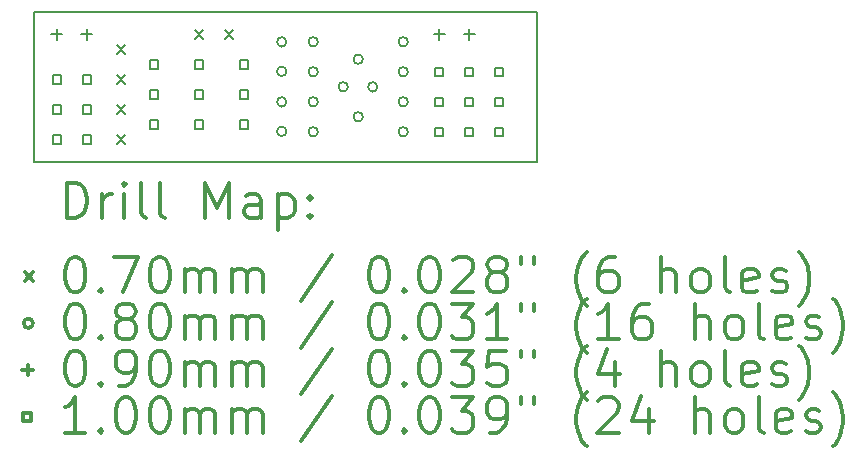
<source format=gbr>
%FSLAX45Y45*%
G04 Gerber Fmt 4.5, Leading zero omitted, Abs format (unit mm)*
G04 Created by KiCad (PCBNEW (5.0.2)-1) date 06/01/2019 14:15:31*
%MOMM*%
%LPD*%
G01*
G04 APERTURE LIST*
%ADD10C,0.200000*%
%ADD11C,0.300000*%
G04 APERTURE END LIST*
D10*
X14287500Y-9715500D02*
X10033000Y-9715500D01*
X10033000Y-8445500D02*
X14287500Y-8445500D01*
X10033000Y-8445500D02*
X10033000Y-9715500D01*
X14287500Y-9715500D02*
X14287500Y-8445500D01*
D10*
X11395000Y-8601000D02*
X11465000Y-8671000D01*
X11465000Y-8601000D02*
X11395000Y-8671000D01*
X11649000Y-8601000D02*
X11719000Y-8671000D01*
X11719000Y-8601000D02*
X11649000Y-8671000D01*
X10734600Y-8728000D02*
X10804600Y-8798000D01*
X10804600Y-8728000D02*
X10734600Y-8798000D01*
X10734600Y-8982000D02*
X10804600Y-9052000D01*
X10804600Y-8982000D02*
X10734600Y-9052000D01*
X10734600Y-9236000D02*
X10804600Y-9306000D01*
X10804600Y-9236000D02*
X10734600Y-9306000D01*
X10734600Y-9490000D02*
X10804600Y-9560000D01*
X10804600Y-9490000D02*
X10734600Y-9560000D01*
X12435200Y-8699500D02*
G75*
G03X12435200Y-8699500I-40000J0D01*
G01*
X12435200Y-8953500D02*
G75*
G03X12435200Y-8953500I-40000J0D01*
G01*
X12435200Y-9207500D02*
G75*
G03X12435200Y-9207500I-40000J0D01*
G01*
X12435200Y-9461500D02*
G75*
G03X12435200Y-9461500I-40000J0D01*
G01*
X13197200Y-8699500D02*
G75*
G03X13197200Y-8699500I-40000J0D01*
G01*
X13197200Y-8953500D02*
G75*
G03X13197200Y-8953500I-40000J0D01*
G01*
X13197200Y-9207500D02*
G75*
G03X13197200Y-9207500I-40000J0D01*
G01*
X13197200Y-9461500D02*
G75*
G03X13197200Y-9461500I-40000J0D01*
G01*
X12168500Y-8699500D02*
G75*
G03X12168500Y-8699500I-40000J0D01*
G01*
X12168500Y-8949500D02*
G75*
G03X12168500Y-8949500I-40000J0D01*
G01*
X12168500Y-9207500D02*
G75*
G03X12168500Y-9207500I-40000J0D01*
G01*
X12168500Y-9457500D02*
G75*
G03X12168500Y-9457500I-40000J0D01*
G01*
X12689200Y-9080500D02*
G75*
G03X12689200Y-9080500I-40000J0D01*
G01*
X12939200Y-9080500D02*
G75*
G03X12939200Y-9080500I-40000J0D01*
G01*
X12816200Y-8846500D02*
G75*
G03X12816200Y-8846500I-40000J0D01*
G01*
X12816200Y-9334500D02*
G75*
G03X12816200Y-9334500I-40000J0D01*
G01*
X13462000Y-8591000D02*
X13462000Y-8681000D01*
X13417000Y-8636000D02*
X13507000Y-8636000D01*
X13716000Y-8591000D02*
X13716000Y-8681000D01*
X13671000Y-8636000D02*
X13761000Y-8636000D01*
X10223500Y-8591000D02*
X10223500Y-8681000D01*
X10178500Y-8636000D02*
X10268500Y-8636000D01*
X10477500Y-8591000D02*
X10477500Y-8681000D01*
X10432500Y-8636000D02*
X10522500Y-8636000D01*
X11465356Y-8925356D02*
X11465356Y-8854644D01*
X11394644Y-8854644D01*
X11394644Y-8925356D01*
X11465356Y-8925356D01*
X11465356Y-9179356D02*
X11465356Y-9108644D01*
X11394644Y-9108644D01*
X11394644Y-9179356D01*
X11465356Y-9179356D01*
X11465356Y-9433356D02*
X11465356Y-9362644D01*
X11394644Y-9362644D01*
X11394644Y-9433356D01*
X11465356Y-9433356D01*
X13497356Y-8988856D02*
X13497356Y-8918144D01*
X13426644Y-8918144D01*
X13426644Y-8988856D01*
X13497356Y-8988856D01*
X13497356Y-9242856D02*
X13497356Y-9172144D01*
X13426644Y-9172144D01*
X13426644Y-9242856D01*
X13497356Y-9242856D01*
X13497356Y-9496856D02*
X13497356Y-9426144D01*
X13426644Y-9426144D01*
X13426644Y-9496856D01*
X13497356Y-9496856D01*
X13751356Y-8988856D02*
X13751356Y-8918144D01*
X13680644Y-8918144D01*
X13680644Y-8988856D01*
X13751356Y-8988856D01*
X13751356Y-9242856D02*
X13751356Y-9172144D01*
X13680644Y-9172144D01*
X13680644Y-9242856D01*
X13751356Y-9242856D01*
X13751356Y-9496856D02*
X13751356Y-9426144D01*
X13680644Y-9426144D01*
X13680644Y-9496856D01*
X13751356Y-9496856D01*
X14005356Y-8988856D02*
X14005356Y-8918144D01*
X13934644Y-8918144D01*
X13934644Y-8988856D01*
X14005356Y-8988856D01*
X14005356Y-9242856D02*
X14005356Y-9172144D01*
X13934644Y-9172144D01*
X13934644Y-9242856D01*
X14005356Y-9242856D01*
X14005356Y-9496856D02*
X14005356Y-9426144D01*
X13934644Y-9426144D01*
X13934644Y-9496856D01*
X14005356Y-9496856D01*
X11846356Y-8925356D02*
X11846356Y-8854644D01*
X11775644Y-8854644D01*
X11775644Y-8925356D01*
X11846356Y-8925356D01*
X11846356Y-9179356D02*
X11846356Y-9108644D01*
X11775644Y-9108644D01*
X11775644Y-9179356D01*
X11846356Y-9179356D01*
X11846356Y-9433356D02*
X11846356Y-9362644D01*
X11775644Y-9362644D01*
X11775644Y-9433356D01*
X11846356Y-9433356D01*
X10258856Y-9052356D02*
X10258856Y-8981644D01*
X10188144Y-8981644D01*
X10188144Y-9052356D01*
X10258856Y-9052356D01*
X10258856Y-9306356D02*
X10258856Y-9235644D01*
X10188144Y-9235644D01*
X10188144Y-9306356D01*
X10258856Y-9306356D01*
X10258856Y-9560356D02*
X10258856Y-9489644D01*
X10188144Y-9489644D01*
X10188144Y-9560356D01*
X10258856Y-9560356D01*
X10512856Y-9052356D02*
X10512856Y-8981644D01*
X10442144Y-8981644D01*
X10442144Y-9052356D01*
X10512856Y-9052356D01*
X10512856Y-9306356D02*
X10512856Y-9235644D01*
X10442144Y-9235644D01*
X10442144Y-9306356D01*
X10512856Y-9306356D01*
X10512856Y-9560356D02*
X10512856Y-9489644D01*
X10442144Y-9489644D01*
X10442144Y-9560356D01*
X10512856Y-9560356D01*
X11084356Y-8925356D02*
X11084356Y-8854644D01*
X11013644Y-8854644D01*
X11013644Y-8925356D01*
X11084356Y-8925356D01*
X11084356Y-9179356D02*
X11084356Y-9108644D01*
X11013644Y-9108644D01*
X11013644Y-9179356D01*
X11084356Y-9179356D01*
X11084356Y-9433356D02*
X11084356Y-9362644D01*
X11013644Y-9362644D01*
X11013644Y-9433356D01*
X11084356Y-9433356D01*
D11*
X10309428Y-10191214D02*
X10309428Y-9891214D01*
X10380857Y-9891214D01*
X10423714Y-9905500D01*
X10452286Y-9934072D01*
X10466571Y-9962643D01*
X10480857Y-10019786D01*
X10480857Y-10062643D01*
X10466571Y-10119786D01*
X10452286Y-10148357D01*
X10423714Y-10176929D01*
X10380857Y-10191214D01*
X10309428Y-10191214D01*
X10609428Y-10191214D02*
X10609428Y-9991214D01*
X10609428Y-10048357D02*
X10623714Y-10019786D01*
X10638000Y-10005500D01*
X10666571Y-9991214D01*
X10695143Y-9991214D01*
X10795143Y-10191214D02*
X10795143Y-9991214D01*
X10795143Y-9891214D02*
X10780857Y-9905500D01*
X10795143Y-9919786D01*
X10809428Y-9905500D01*
X10795143Y-9891214D01*
X10795143Y-9919786D01*
X10980857Y-10191214D02*
X10952286Y-10176929D01*
X10938000Y-10148357D01*
X10938000Y-9891214D01*
X11138000Y-10191214D02*
X11109428Y-10176929D01*
X11095143Y-10148357D01*
X11095143Y-9891214D01*
X11480857Y-10191214D02*
X11480857Y-9891214D01*
X11580857Y-10105500D01*
X11680857Y-9891214D01*
X11680857Y-10191214D01*
X11952286Y-10191214D02*
X11952286Y-10034072D01*
X11938000Y-10005500D01*
X11909428Y-9991214D01*
X11852286Y-9991214D01*
X11823714Y-10005500D01*
X11952286Y-10176929D02*
X11923714Y-10191214D01*
X11852286Y-10191214D01*
X11823714Y-10176929D01*
X11809428Y-10148357D01*
X11809428Y-10119786D01*
X11823714Y-10091214D01*
X11852286Y-10076929D01*
X11923714Y-10076929D01*
X11952286Y-10062643D01*
X12095143Y-9991214D02*
X12095143Y-10291214D01*
X12095143Y-10005500D02*
X12123714Y-9991214D01*
X12180857Y-9991214D01*
X12209428Y-10005500D01*
X12223714Y-10019786D01*
X12238000Y-10048357D01*
X12238000Y-10134072D01*
X12223714Y-10162643D01*
X12209428Y-10176929D01*
X12180857Y-10191214D01*
X12123714Y-10191214D01*
X12095143Y-10176929D01*
X12366571Y-10162643D02*
X12380857Y-10176929D01*
X12366571Y-10191214D01*
X12352286Y-10176929D01*
X12366571Y-10162643D01*
X12366571Y-10191214D01*
X12366571Y-10005500D02*
X12380857Y-10019786D01*
X12366571Y-10034072D01*
X12352286Y-10019786D01*
X12366571Y-10005500D01*
X12366571Y-10034072D01*
X9953000Y-10650500D02*
X10023000Y-10720500D01*
X10023000Y-10650500D02*
X9953000Y-10720500D01*
X10366571Y-10521214D02*
X10395143Y-10521214D01*
X10423714Y-10535500D01*
X10438000Y-10549786D01*
X10452286Y-10578357D01*
X10466571Y-10635500D01*
X10466571Y-10706929D01*
X10452286Y-10764072D01*
X10438000Y-10792643D01*
X10423714Y-10806929D01*
X10395143Y-10821214D01*
X10366571Y-10821214D01*
X10338000Y-10806929D01*
X10323714Y-10792643D01*
X10309428Y-10764072D01*
X10295143Y-10706929D01*
X10295143Y-10635500D01*
X10309428Y-10578357D01*
X10323714Y-10549786D01*
X10338000Y-10535500D01*
X10366571Y-10521214D01*
X10595143Y-10792643D02*
X10609428Y-10806929D01*
X10595143Y-10821214D01*
X10580857Y-10806929D01*
X10595143Y-10792643D01*
X10595143Y-10821214D01*
X10709428Y-10521214D02*
X10909428Y-10521214D01*
X10780857Y-10821214D01*
X11080857Y-10521214D02*
X11109428Y-10521214D01*
X11138000Y-10535500D01*
X11152286Y-10549786D01*
X11166571Y-10578357D01*
X11180857Y-10635500D01*
X11180857Y-10706929D01*
X11166571Y-10764072D01*
X11152286Y-10792643D01*
X11138000Y-10806929D01*
X11109428Y-10821214D01*
X11080857Y-10821214D01*
X11052286Y-10806929D01*
X11038000Y-10792643D01*
X11023714Y-10764072D01*
X11009428Y-10706929D01*
X11009428Y-10635500D01*
X11023714Y-10578357D01*
X11038000Y-10549786D01*
X11052286Y-10535500D01*
X11080857Y-10521214D01*
X11309428Y-10821214D02*
X11309428Y-10621214D01*
X11309428Y-10649786D02*
X11323714Y-10635500D01*
X11352286Y-10621214D01*
X11395143Y-10621214D01*
X11423714Y-10635500D01*
X11438000Y-10664072D01*
X11438000Y-10821214D01*
X11438000Y-10664072D02*
X11452286Y-10635500D01*
X11480857Y-10621214D01*
X11523714Y-10621214D01*
X11552286Y-10635500D01*
X11566571Y-10664072D01*
X11566571Y-10821214D01*
X11709428Y-10821214D02*
X11709428Y-10621214D01*
X11709428Y-10649786D02*
X11723714Y-10635500D01*
X11752286Y-10621214D01*
X11795143Y-10621214D01*
X11823714Y-10635500D01*
X11838000Y-10664072D01*
X11838000Y-10821214D01*
X11838000Y-10664072D02*
X11852286Y-10635500D01*
X11880857Y-10621214D01*
X11923714Y-10621214D01*
X11952286Y-10635500D01*
X11966571Y-10664072D01*
X11966571Y-10821214D01*
X12552286Y-10506929D02*
X12295143Y-10892643D01*
X12938000Y-10521214D02*
X12966571Y-10521214D01*
X12995143Y-10535500D01*
X13009428Y-10549786D01*
X13023714Y-10578357D01*
X13038000Y-10635500D01*
X13038000Y-10706929D01*
X13023714Y-10764072D01*
X13009428Y-10792643D01*
X12995143Y-10806929D01*
X12966571Y-10821214D01*
X12938000Y-10821214D01*
X12909428Y-10806929D01*
X12895143Y-10792643D01*
X12880857Y-10764072D01*
X12866571Y-10706929D01*
X12866571Y-10635500D01*
X12880857Y-10578357D01*
X12895143Y-10549786D01*
X12909428Y-10535500D01*
X12938000Y-10521214D01*
X13166571Y-10792643D02*
X13180857Y-10806929D01*
X13166571Y-10821214D01*
X13152286Y-10806929D01*
X13166571Y-10792643D01*
X13166571Y-10821214D01*
X13366571Y-10521214D02*
X13395143Y-10521214D01*
X13423714Y-10535500D01*
X13438000Y-10549786D01*
X13452286Y-10578357D01*
X13466571Y-10635500D01*
X13466571Y-10706929D01*
X13452286Y-10764072D01*
X13438000Y-10792643D01*
X13423714Y-10806929D01*
X13395143Y-10821214D01*
X13366571Y-10821214D01*
X13338000Y-10806929D01*
X13323714Y-10792643D01*
X13309428Y-10764072D01*
X13295143Y-10706929D01*
X13295143Y-10635500D01*
X13309428Y-10578357D01*
X13323714Y-10549786D01*
X13338000Y-10535500D01*
X13366571Y-10521214D01*
X13580857Y-10549786D02*
X13595143Y-10535500D01*
X13623714Y-10521214D01*
X13695143Y-10521214D01*
X13723714Y-10535500D01*
X13738000Y-10549786D01*
X13752286Y-10578357D01*
X13752286Y-10606929D01*
X13738000Y-10649786D01*
X13566571Y-10821214D01*
X13752286Y-10821214D01*
X13923714Y-10649786D02*
X13895143Y-10635500D01*
X13880857Y-10621214D01*
X13866571Y-10592643D01*
X13866571Y-10578357D01*
X13880857Y-10549786D01*
X13895143Y-10535500D01*
X13923714Y-10521214D01*
X13980857Y-10521214D01*
X14009428Y-10535500D01*
X14023714Y-10549786D01*
X14038000Y-10578357D01*
X14038000Y-10592643D01*
X14023714Y-10621214D01*
X14009428Y-10635500D01*
X13980857Y-10649786D01*
X13923714Y-10649786D01*
X13895143Y-10664072D01*
X13880857Y-10678357D01*
X13866571Y-10706929D01*
X13866571Y-10764072D01*
X13880857Y-10792643D01*
X13895143Y-10806929D01*
X13923714Y-10821214D01*
X13980857Y-10821214D01*
X14009428Y-10806929D01*
X14023714Y-10792643D01*
X14038000Y-10764072D01*
X14038000Y-10706929D01*
X14023714Y-10678357D01*
X14009428Y-10664072D01*
X13980857Y-10649786D01*
X14152286Y-10521214D02*
X14152286Y-10578357D01*
X14266571Y-10521214D02*
X14266571Y-10578357D01*
X14709428Y-10935500D02*
X14695143Y-10921214D01*
X14666571Y-10878357D01*
X14652286Y-10849786D01*
X14638000Y-10806929D01*
X14623714Y-10735500D01*
X14623714Y-10678357D01*
X14638000Y-10606929D01*
X14652286Y-10564072D01*
X14666571Y-10535500D01*
X14695143Y-10492643D01*
X14709428Y-10478357D01*
X14952286Y-10521214D02*
X14895143Y-10521214D01*
X14866571Y-10535500D01*
X14852286Y-10549786D01*
X14823714Y-10592643D01*
X14809428Y-10649786D01*
X14809428Y-10764072D01*
X14823714Y-10792643D01*
X14838000Y-10806929D01*
X14866571Y-10821214D01*
X14923714Y-10821214D01*
X14952286Y-10806929D01*
X14966571Y-10792643D01*
X14980857Y-10764072D01*
X14980857Y-10692643D01*
X14966571Y-10664072D01*
X14952286Y-10649786D01*
X14923714Y-10635500D01*
X14866571Y-10635500D01*
X14838000Y-10649786D01*
X14823714Y-10664072D01*
X14809428Y-10692643D01*
X15338000Y-10821214D02*
X15338000Y-10521214D01*
X15466571Y-10821214D02*
X15466571Y-10664072D01*
X15452286Y-10635500D01*
X15423714Y-10621214D01*
X15380857Y-10621214D01*
X15352286Y-10635500D01*
X15338000Y-10649786D01*
X15652286Y-10821214D02*
X15623714Y-10806929D01*
X15609428Y-10792643D01*
X15595143Y-10764072D01*
X15595143Y-10678357D01*
X15609428Y-10649786D01*
X15623714Y-10635500D01*
X15652286Y-10621214D01*
X15695143Y-10621214D01*
X15723714Y-10635500D01*
X15738000Y-10649786D01*
X15752286Y-10678357D01*
X15752286Y-10764072D01*
X15738000Y-10792643D01*
X15723714Y-10806929D01*
X15695143Y-10821214D01*
X15652286Y-10821214D01*
X15923714Y-10821214D02*
X15895143Y-10806929D01*
X15880857Y-10778357D01*
X15880857Y-10521214D01*
X16152286Y-10806929D02*
X16123714Y-10821214D01*
X16066571Y-10821214D01*
X16038000Y-10806929D01*
X16023714Y-10778357D01*
X16023714Y-10664072D01*
X16038000Y-10635500D01*
X16066571Y-10621214D01*
X16123714Y-10621214D01*
X16152286Y-10635500D01*
X16166571Y-10664072D01*
X16166571Y-10692643D01*
X16023714Y-10721214D01*
X16280857Y-10806929D02*
X16309428Y-10821214D01*
X16366571Y-10821214D01*
X16395143Y-10806929D01*
X16409428Y-10778357D01*
X16409428Y-10764072D01*
X16395143Y-10735500D01*
X16366571Y-10721214D01*
X16323714Y-10721214D01*
X16295143Y-10706929D01*
X16280857Y-10678357D01*
X16280857Y-10664072D01*
X16295143Y-10635500D01*
X16323714Y-10621214D01*
X16366571Y-10621214D01*
X16395143Y-10635500D01*
X16509428Y-10935500D02*
X16523714Y-10921214D01*
X16552286Y-10878357D01*
X16566571Y-10849786D01*
X16580857Y-10806929D01*
X16595143Y-10735500D01*
X16595143Y-10678357D01*
X16580857Y-10606929D01*
X16566571Y-10564072D01*
X16552286Y-10535500D01*
X16523714Y-10492643D01*
X16509428Y-10478357D01*
X10023000Y-11081500D02*
G75*
G03X10023000Y-11081500I-40000J0D01*
G01*
X10366571Y-10917214D02*
X10395143Y-10917214D01*
X10423714Y-10931500D01*
X10438000Y-10945786D01*
X10452286Y-10974357D01*
X10466571Y-11031500D01*
X10466571Y-11102929D01*
X10452286Y-11160072D01*
X10438000Y-11188643D01*
X10423714Y-11202929D01*
X10395143Y-11217214D01*
X10366571Y-11217214D01*
X10338000Y-11202929D01*
X10323714Y-11188643D01*
X10309428Y-11160072D01*
X10295143Y-11102929D01*
X10295143Y-11031500D01*
X10309428Y-10974357D01*
X10323714Y-10945786D01*
X10338000Y-10931500D01*
X10366571Y-10917214D01*
X10595143Y-11188643D02*
X10609428Y-11202929D01*
X10595143Y-11217214D01*
X10580857Y-11202929D01*
X10595143Y-11188643D01*
X10595143Y-11217214D01*
X10780857Y-11045786D02*
X10752286Y-11031500D01*
X10738000Y-11017214D01*
X10723714Y-10988643D01*
X10723714Y-10974357D01*
X10738000Y-10945786D01*
X10752286Y-10931500D01*
X10780857Y-10917214D01*
X10838000Y-10917214D01*
X10866571Y-10931500D01*
X10880857Y-10945786D01*
X10895143Y-10974357D01*
X10895143Y-10988643D01*
X10880857Y-11017214D01*
X10866571Y-11031500D01*
X10838000Y-11045786D01*
X10780857Y-11045786D01*
X10752286Y-11060072D01*
X10738000Y-11074357D01*
X10723714Y-11102929D01*
X10723714Y-11160072D01*
X10738000Y-11188643D01*
X10752286Y-11202929D01*
X10780857Y-11217214D01*
X10838000Y-11217214D01*
X10866571Y-11202929D01*
X10880857Y-11188643D01*
X10895143Y-11160072D01*
X10895143Y-11102929D01*
X10880857Y-11074357D01*
X10866571Y-11060072D01*
X10838000Y-11045786D01*
X11080857Y-10917214D02*
X11109428Y-10917214D01*
X11138000Y-10931500D01*
X11152286Y-10945786D01*
X11166571Y-10974357D01*
X11180857Y-11031500D01*
X11180857Y-11102929D01*
X11166571Y-11160072D01*
X11152286Y-11188643D01*
X11138000Y-11202929D01*
X11109428Y-11217214D01*
X11080857Y-11217214D01*
X11052286Y-11202929D01*
X11038000Y-11188643D01*
X11023714Y-11160072D01*
X11009428Y-11102929D01*
X11009428Y-11031500D01*
X11023714Y-10974357D01*
X11038000Y-10945786D01*
X11052286Y-10931500D01*
X11080857Y-10917214D01*
X11309428Y-11217214D02*
X11309428Y-11017214D01*
X11309428Y-11045786D02*
X11323714Y-11031500D01*
X11352286Y-11017214D01*
X11395143Y-11017214D01*
X11423714Y-11031500D01*
X11438000Y-11060072D01*
X11438000Y-11217214D01*
X11438000Y-11060072D02*
X11452286Y-11031500D01*
X11480857Y-11017214D01*
X11523714Y-11017214D01*
X11552286Y-11031500D01*
X11566571Y-11060072D01*
X11566571Y-11217214D01*
X11709428Y-11217214D02*
X11709428Y-11017214D01*
X11709428Y-11045786D02*
X11723714Y-11031500D01*
X11752286Y-11017214D01*
X11795143Y-11017214D01*
X11823714Y-11031500D01*
X11838000Y-11060072D01*
X11838000Y-11217214D01*
X11838000Y-11060072D02*
X11852286Y-11031500D01*
X11880857Y-11017214D01*
X11923714Y-11017214D01*
X11952286Y-11031500D01*
X11966571Y-11060072D01*
X11966571Y-11217214D01*
X12552286Y-10902929D02*
X12295143Y-11288643D01*
X12938000Y-10917214D02*
X12966571Y-10917214D01*
X12995143Y-10931500D01*
X13009428Y-10945786D01*
X13023714Y-10974357D01*
X13038000Y-11031500D01*
X13038000Y-11102929D01*
X13023714Y-11160072D01*
X13009428Y-11188643D01*
X12995143Y-11202929D01*
X12966571Y-11217214D01*
X12938000Y-11217214D01*
X12909428Y-11202929D01*
X12895143Y-11188643D01*
X12880857Y-11160072D01*
X12866571Y-11102929D01*
X12866571Y-11031500D01*
X12880857Y-10974357D01*
X12895143Y-10945786D01*
X12909428Y-10931500D01*
X12938000Y-10917214D01*
X13166571Y-11188643D02*
X13180857Y-11202929D01*
X13166571Y-11217214D01*
X13152286Y-11202929D01*
X13166571Y-11188643D01*
X13166571Y-11217214D01*
X13366571Y-10917214D02*
X13395143Y-10917214D01*
X13423714Y-10931500D01*
X13438000Y-10945786D01*
X13452286Y-10974357D01*
X13466571Y-11031500D01*
X13466571Y-11102929D01*
X13452286Y-11160072D01*
X13438000Y-11188643D01*
X13423714Y-11202929D01*
X13395143Y-11217214D01*
X13366571Y-11217214D01*
X13338000Y-11202929D01*
X13323714Y-11188643D01*
X13309428Y-11160072D01*
X13295143Y-11102929D01*
X13295143Y-11031500D01*
X13309428Y-10974357D01*
X13323714Y-10945786D01*
X13338000Y-10931500D01*
X13366571Y-10917214D01*
X13566571Y-10917214D02*
X13752286Y-10917214D01*
X13652286Y-11031500D01*
X13695143Y-11031500D01*
X13723714Y-11045786D01*
X13738000Y-11060072D01*
X13752286Y-11088643D01*
X13752286Y-11160072D01*
X13738000Y-11188643D01*
X13723714Y-11202929D01*
X13695143Y-11217214D01*
X13609428Y-11217214D01*
X13580857Y-11202929D01*
X13566571Y-11188643D01*
X14038000Y-11217214D02*
X13866571Y-11217214D01*
X13952286Y-11217214D02*
X13952286Y-10917214D01*
X13923714Y-10960072D01*
X13895143Y-10988643D01*
X13866571Y-11002929D01*
X14152286Y-10917214D02*
X14152286Y-10974357D01*
X14266571Y-10917214D02*
X14266571Y-10974357D01*
X14709428Y-11331500D02*
X14695143Y-11317214D01*
X14666571Y-11274357D01*
X14652286Y-11245786D01*
X14638000Y-11202929D01*
X14623714Y-11131500D01*
X14623714Y-11074357D01*
X14638000Y-11002929D01*
X14652286Y-10960072D01*
X14666571Y-10931500D01*
X14695143Y-10888643D01*
X14709428Y-10874357D01*
X14980857Y-11217214D02*
X14809428Y-11217214D01*
X14895143Y-11217214D02*
X14895143Y-10917214D01*
X14866571Y-10960072D01*
X14838000Y-10988643D01*
X14809428Y-11002929D01*
X15238000Y-10917214D02*
X15180857Y-10917214D01*
X15152286Y-10931500D01*
X15138000Y-10945786D01*
X15109428Y-10988643D01*
X15095143Y-11045786D01*
X15095143Y-11160072D01*
X15109428Y-11188643D01*
X15123714Y-11202929D01*
X15152286Y-11217214D01*
X15209428Y-11217214D01*
X15238000Y-11202929D01*
X15252286Y-11188643D01*
X15266571Y-11160072D01*
X15266571Y-11088643D01*
X15252286Y-11060072D01*
X15238000Y-11045786D01*
X15209428Y-11031500D01*
X15152286Y-11031500D01*
X15123714Y-11045786D01*
X15109428Y-11060072D01*
X15095143Y-11088643D01*
X15623714Y-11217214D02*
X15623714Y-10917214D01*
X15752286Y-11217214D02*
X15752286Y-11060072D01*
X15738000Y-11031500D01*
X15709428Y-11017214D01*
X15666571Y-11017214D01*
X15638000Y-11031500D01*
X15623714Y-11045786D01*
X15938000Y-11217214D02*
X15909428Y-11202929D01*
X15895143Y-11188643D01*
X15880857Y-11160072D01*
X15880857Y-11074357D01*
X15895143Y-11045786D01*
X15909428Y-11031500D01*
X15938000Y-11017214D01*
X15980857Y-11017214D01*
X16009428Y-11031500D01*
X16023714Y-11045786D01*
X16038000Y-11074357D01*
X16038000Y-11160072D01*
X16023714Y-11188643D01*
X16009428Y-11202929D01*
X15980857Y-11217214D01*
X15938000Y-11217214D01*
X16209428Y-11217214D02*
X16180857Y-11202929D01*
X16166571Y-11174357D01*
X16166571Y-10917214D01*
X16438000Y-11202929D02*
X16409428Y-11217214D01*
X16352286Y-11217214D01*
X16323714Y-11202929D01*
X16309428Y-11174357D01*
X16309428Y-11060072D01*
X16323714Y-11031500D01*
X16352286Y-11017214D01*
X16409428Y-11017214D01*
X16438000Y-11031500D01*
X16452286Y-11060072D01*
X16452286Y-11088643D01*
X16309428Y-11117214D01*
X16566571Y-11202929D02*
X16595143Y-11217214D01*
X16652286Y-11217214D01*
X16680857Y-11202929D01*
X16695143Y-11174357D01*
X16695143Y-11160072D01*
X16680857Y-11131500D01*
X16652286Y-11117214D01*
X16609428Y-11117214D01*
X16580857Y-11102929D01*
X16566571Y-11074357D01*
X16566571Y-11060072D01*
X16580857Y-11031500D01*
X16609428Y-11017214D01*
X16652286Y-11017214D01*
X16680857Y-11031500D01*
X16795143Y-11331500D02*
X16809428Y-11317214D01*
X16838000Y-11274357D01*
X16852286Y-11245786D01*
X16866571Y-11202929D01*
X16880857Y-11131500D01*
X16880857Y-11074357D01*
X16866571Y-11002929D01*
X16852286Y-10960072D01*
X16838000Y-10931500D01*
X16809428Y-10888643D01*
X16795143Y-10874357D01*
X9978000Y-11432500D02*
X9978000Y-11522500D01*
X9933000Y-11477500D02*
X10023000Y-11477500D01*
X10366571Y-11313214D02*
X10395143Y-11313214D01*
X10423714Y-11327500D01*
X10438000Y-11341786D01*
X10452286Y-11370357D01*
X10466571Y-11427500D01*
X10466571Y-11498929D01*
X10452286Y-11556071D01*
X10438000Y-11584643D01*
X10423714Y-11598929D01*
X10395143Y-11613214D01*
X10366571Y-11613214D01*
X10338000Y-11598929D01*
X10323714Y-11584643D01*
X10309428Y-11556071D01*
X10295143Y-11498929D01*
X10295143Y-11427500D01*
X10309428Y-11370357D01*
X10323714Y-11341786D01*
X10338000Y-11327500D01*
X10366571Y-11313214D01*
X10595143Y-11584643D02*
X10609428Y-11598929D01*
X10595143Y-11613214D01*
X10580857Y-11598929D01*
X10595143Y-11584643D01*
X10595143Y-11613214D01*
X10752286Y-11613214D02*
X10809428Y-11613214D01*
X10838000Y-11598929D01*
X10852286Y-11584643D01*
X10880857Y-11541786D01*
X10895143Y-11484643D01*
X10895143Y-11370357D01*
X10880857Y-11341786D01*
X10866571Y-11327500D01*
X10838000Y-11313214D01*
X10780857Y-11313214D01*
X10752286Y-11327500D01*
X10738000Y-11341786D01*
X10723714Y-11370357D01*
X10723714Y-11441786D01*
X10738000Y-11470357D01*
X10752286Y-11484643D01*
X10780857Y-11498929D01*
X10838000Y-11498929D01*
X10866571Y-11484643D01*
X10880857Y-11470357D01*
X10895143Y-11441786D01*
X11080857Y-11313214D02*
X11109428Y-11313214D01*
X11138000Y-11327500D01*
X11152286Y-11341786D01*
X11166571Y-11370357D01*
X11180857Y-11427500D01*
X11180857Y-11498929D01*
X11166571Y-11556071D01*
X11152286Y-11584643D01*
X11138000Y-11598929D01*
X11109428Y-11613214D01*
X11080857Y-11613214D01*
X11052286Y-11598929D01*
X11038000Y-11584643D01*
X11023714Y-11556071D01*
X11009428Y-11498929D01*
X11009428Y-11427500D01*
X11023714Y-11370357D01*
X11038000Y-11341786D01*
X11052286Y-11327500D01*
X11080857Y-11313214D01*
X11309428Y-11613214D02*
X11309428Y-11413214D01*
X11309428Y-11441786D02*
X11323714Y-11427500D01*
X11352286Y-11413214D01*
X11395143Y-11413214D01*
X11423714Y-11427500D01*
X11438000Y-11456071D01*
X11438000Y-11613214D01*
X11438000Y-11456071D02*
X11452286Y-11427500D01*
X11480857Y-11413214D01*
X11523714Y-11413214D01*
X11552286Y-11427500D01*
X11566571Y-11456071D01*
X11566571Y-11613214D01*
X11709428Y-11613214D02*
X11709428Y-11413214D01*
X11709428Y-11441786D02*
X11723714Y-11427500D01*
X11752286Y-11413214D01*
X11795143Y-11413214D01*
X11823714Y-11427500D01*
X11838000Y-11456071D01*
X11838000Y-11613214D01*
X11838000Y-11456071D02*
X11852286Y-11427500D01*
X11880857Y-11413214D01*
X11923714Y-11413214D01*
X11952286Y-11427500D01*
X11966571Y-11456071D01*
X11966571Y-11613214D01*
X12552286Y-11298929D02*
X12295143Y-11684643D01*
X12938000Y-11313214D02*
X12966571Y-11313214D01*
X12995143Y-11327500D01*
X13009428Y-11341786D01*
X13023714Y-11370357D01*
X13038000Y-11427500D01*
X13038000Y-11498929D01*
X13023714Y-11556071D01*
X13009428Y-11584643D01*
X12995143Y-11598929D01*
X12966571Y-11613214D01*
X12938000Y-11613214D01*
X12909428Y-11598929D01*
X12895143Y-11584643D01*
X12880857Y-11556071D01*
X12866571Y-11498929D01*
X12866571Y-11427500D01*
X12880857Y-11370357D01*
X12895143Y-11341786D01*
X12909428Y-11327500D01*
X12938000Y-11313214D01*
X13166571Y-11584643D02*
X13180857Y-11598929D01*
X13166571Y-11613214D01*
X13152286Y-11598929D01*
X13166571Y-11584643D01*
X13166571Y-11613214D01*
X13366571Y-11313214D02*
X13395143Y-11313214D01*
X13423714Y-11327500D01*
X13438000Y-11341786D01*
X13452286Y-11370357D01*
X13466571Y-11427500D01*
X13466571Y-11498929D01*
X13452286Y-11556071D01*
X13438000Y-11584643D01*
X13423714Y-11598929D01*
X13395143Y-11613214D01*
X13366571Y-11613214D01*
X13338000Y-11598929D01*
X13323714Y-11584643D01*
X13309428Y-11556071D01*
X13295143Y-11498929D01*
X13295143Y-11427500D01*
X13309428Y-11370357D01*
X13323714Y-11341786D01*
X13338000Y-11327500D01*
X13366571Y-11313214D01*
X13566571Y-11313214D02*
X13752286Y-11313214D01*
X13652286Y-11427500D01*
X13695143Y-11427500D01*
X13723714Y-11441786D01*
X13738000Y-11456071D01*
X13752286Y-11484643D01*
X13752286Y-11556071D01*
X13738000Y-11584643D01*
X13723714Y-11598929D01*
X13695143Y-11613214D01*
X13609428Y-11613214D01*
X13580857Y-11598929D01*
X13566571Y-11584643D01*
X14023714Y-11313214D02*
X13880857Y-11313214D01*
X13866571Y-11456071D01*
X13880857Y-11441786D01*
X13909428Y-11427500D01*
X13980857Y-11427500D01*
X14009428Y-11441786D01*
X14023714Y-11456071D01*
X14038000Y-11484643D01*
X14038000Y-11556071D01*
X14023714Y-11584643D01*
X14009428Y-11598929D01*
X13980857Y-11613214D01*
X13909428Y-11613214D01*
X13880857Y-11598929D01*
X13866571Y-11584643D01*
X14152286Y-11313214D02*
X14152286Y-11370357D01*
X14266571Y-11313214D02*
X14266571Y-11370357D01*
X14709428Y-11727500D02*
X14695143Y-11713214D01*
X14666571Y-11670357D01*
X14652286Y-11641786D01*
X14638000Y-11598929D01*
X14623714Y-11527500D01*
X14623714Y-11470357D01*
X14638000Y-11398929D01*
X14652286Y-11356071D01*
X14666571Y-11327500D01*
X14695143Y-11284643D01*
X14709428Y-11270357D01*
X14952286Y-11413214D02*
X14952286Y-11613214D01*
X14880857Y-11298929D02*
X14809428Y-11513214D01*
X14995143Y-11513214D01*
X15338000Y-11613214D02*
X15338000Y-11313214D01*
X15466571Y-11613214D02*
X15466571Y-11456071D01*
X15452286Y-11427500D01*
X15423714Y-11413214D01*
X15380857Y-11413214D01*
X15352286Y-11427500D01*
X15338000Y-11441786D01*
X15652286Y-11613214D02*
X15623714Y-11598929D01*
X15609428Y-11584643D01*
X15595143Y-11556071D01*
X15595143Y-11470357D01*
X15609428Y-11441786D01*
X15623714Y-11427500D01*
X15652286Y-11413214D01*
X15695143Y-11413214D01*
X15723714Y-11427500D01*
X15738000Y-11441786D01*
X15752286Y-11470357D01*
X15752286Y-11556071D01*
X15738000Y-11584643D01*
X15723714Y-11598929D01*
X15695143Y-11613214D01*
X15652286Y-11613214D01*
X15923714Y-11613214D02*
X15895143Y-11598929D01*
X15880857Y-11570357D01*
X15880857Y-11313214D01*
X16152286Y-11598929D02*
X16123714Y-11613214D01*
X16066571Y-11613214D01*
X16038000Y-11598929D01*
X16023714Y-11570357D01*
X16023714Y-11456071D01*
X16038000Y-11427500D01*
X16066571Y-11413214D01*
X16123714Y-11413214D01*
X16152286Y-11427500D01*
X16166571Y-11456071D01*
X16166571Y-11484643D01*
X16023714Y-11513214D01*
X16280857Y-11598929D02*
X16309428Y-11613214D01*
X16366571Y-11613214D01*
X16395143Y-11598929D01*
X16409428Y-11570357D01*
X16409428Y-11556071D01*
X16395143Y-11527500D01*
X16366571Y-11513214D01*
X16323714Y-11513214D01*
X16295143Y-11498929D01*
X16280857Y-11470357D01*
X16280857Y-11456071D01*
X16295143Y-11427500D01*
X16323714Y-11413214D01*
X16366571Y-11413214D01*
X16395143Y-11427500D01*
X16509428Y-11727500D02*
X16523714Y-11713214D01*
X16552286Y-11670357D01*
X16566571Y-11641786D01*
X16580857Y-11598929D01*
X16595143Y-11527500D01*
X16595143Y-11470357D01*
X16580857Y-11398929D01*
X16566571Y-11356071D01*
X16552286Y-11327500D01*
X16523714Y-11284643D01*
X16509428Y-11270357D01*
X10008356Y-11908856D02*
X10008356Y-11838144D01*
X9937644Y-11838144D01*
X9937644Y-11908856D01*
X10008356Y-11908856D01*
X10466571Y-12009214D02*
X10295143Y-12009214D01*
X10380857Y-12009214D02*
X10380857Y-11709214D01*
X10352286Y-11752071D01*
X10323714Y-11780643D01*
X10295143Y-11794929D01*
X10595143Y-11980643D02*
X10609428Y-11994929D01*
X10595143Y-12009214D01*
X10580857Y-11994929D01*
X10595143Y-11980643D01*
X10595143Y-12009214D01*
X10795143Y-11709214D02*
X10823714Y-11709214D01*
X10852286Y-11723500D01*
X10866571Y-11737786D01*
X10880857Y-11766357D01*
X10895143Y-11823500D01*
X10895143Y-11894929D01*
X10880857Y-11952071D01*
X10866571Y-11980643D01*
X10852286Y-11994929D01*
X10823714Y-12009214D01*
X10795143Y-12009214D01*
X10766571Y-11994929D01*
X10752286Y-11980643D01*
X10738000Y-11952071D01*
X10723714Y-11894929D01*
X10723714Y-11823500D01*
X10738000Y-11766357D01*
X10752286Y-11737786D01*
X10766571Y-11723500D01*
X10795143Y-11709214D01*
X11080857Y-11709214D02*
X11109428Y-11709214D01*
X11138000Y-11723500D01*
X11152286Y-11737786D01*
X11166571Y-11766357D01*
X11180857Y-11823500D01*
X11180857Y-11894929D01*
X11166571Y-11952071D01*
X11152286Y-11980643D01*
X11138000Y-11994929D01*
X11109428Y-12009214D01*
X11080857Y-12009214D01*
X11052286Y-11994929D01*
X11038000Y-11980643D01*
X11023714Y-11952071D01*
X11009428Y-11894929D01*
X11009428Y-11823500D01*
X11023714Y-11766357D01*
X11038000Y-11737786D01*
X11052286Y-11723500D01*
X11080857Y-11709214D01*
X11309428Y-12009214D02*
X11309428Y-11809214D01*
X11309428Y-11837786D02*
X11323714Y-11823500D01*
X11352286Y-11809214D01*
X11395143Y-11809214D01*
X11423714Y-11823500D01*
X11438000Y-11852071D01*
X11438000Y-12009214D01*
X11438000Y-11852071D02*
X11452286Y-11823500D01*
X11480857Y-11809214D01*
X11523714Y-11809214D01*
X11552286Y-11823500D01*
X11566571Y-11852071D01*
X11566571Y-12009214D01*
X11709428Y-12009214D02*
X11709428Y-11809214D01*
X11709428Y-11837786D02*
X11723714Y-11823500D01*
X11752286Y-11809214D01*
X11795143Y-11809214D01*
X11823714Y-11823500D01*
X11838000Y-11852071D01*
X11838000Y-12009214D01*
X11838000Y-11852071D02*
X11852286Y-11823500D01*
X11880857Y-11809214D01*
X11923714Y-11809214D01*
X11952286Y-11823500D01*
X11966571Y-11852071D01*
X11966571Y-12009214D01*
X12552286Y-11694929D02*
X12295143Y-12080643D01*
X12938000Y-11709214D02*
X12966571Y-11709214D01*
X12995143Y-11723500D01*
X13009428Y-11737786D01*
X13023714Y-11766357D01*
X13038000Y-11823500D01*
X13038000Y-11894929D01*
X13023714Y-11952071D01*
X13009428Y-11980643D01*
X12995143Y-11994929D01*
X12966571Y-12009214D01*
X12938000Y-12009214D01*
X12909428Y-11994929D01*
X12895143Y-11980643D01*
X12880857Y-11952071D01*
X12866571Y-11894929D01*
X12866571Y-11823500D01*
X12880857Y-11766357D01*
X12895143Y-11737786D01*
X12909428Y-11723500D01*
X12938000Y-11709214D01*
X13166571Y-11980643D02*
X13180857Y-11994929D01*
X13166571Y-12009214D01*
X13152286Y-11994929D01*
X13166571Y-11980643D01*
X13166571Y-12009214D01*
X13366571Y-11709214D02*
X13395143Y-11709214D01*
X13423714Y-11723500D01*
X13438000Y-11737786D01*
X13452286Y-11766357D01*
X13466571Y-11823500D01*
X13466571Y-11894929D01*
X13452286Y-11952071D01*
X13438000Y-11980643D01*
X13423714Y-11994929D01*
X13395143Y-12009214D01*
X13366571Y-12009214D01*
X13338000Y-11994929D01*
X13323714Y-11980643D01*
X13309428Y-11952071D01*
X13295143Y-11894929D01*
X13295143Y-11823500D01*
X13309428Y-11766357D01*
X13323714Y-11737786D01*
X13338000Y-11723500D01*
X13366571Y-11709214D01*
X13566571Y-11709214D02*
X13752286Y-11709214D01*
X13652286Y-11823500D01*
X13695143Y-11823500D01*
X13723714Y-11837786D01*
X13738000Y-11852071D01*
X13752286Y-11880643D01*
X13752286Y-11952071D01*
X13738000Y-11980643D01*
X13723714Y-11994929D01*
X13695143Y-12009214D01*
X13609428Y-12009214D01*
X13580857Y-11994929D01*
X13566571Y-11980643D01*
X13895143Y-12009214D02*
X13952286Y-12009214D01*
X13980857Y-11994929D01*
X13995143Y-11980643D01*
X14023714Y-11937786D01*
X14038000Y-11880643D01*
X14038000Y-11766357D01*
X14023714Y-11737786D01*
X14009428Y-11723500D01*
X13980857Y-11709214D01*
X13923714Y-11709214D01*
X13895143Y-11723500D01*
X13880857Y-11737786D01*
X13866571Y-11766357D01*
X13866571Y-11837786D01*
X13880857Y-11866357D01*
X13895143Y-11880643D01*
X13923714Y-11894929D01*
X13980857Y-11894929D01*
X14009428Y-11880643D01*
X14023714Y-11866357D01*
X14038000Y-11837786D01*
X14152286Y-11709214D02*
X14152286Y-11766357D01*
X14266571Y-11709214D02*
X14266571Y-11766357D01*
X14709428Y-12123500D02*
X14695143Y-12109214D01*
X14666571Y-12066357D01*
X14652286Y-12037786D01*
X14638000Y-11994929D01*
X14623714Y-11923500D01*
X14623714Y-11866357D01*
X14638000Y-11794929D01*
X14652286Y-11752071D01*
X14666571Y-11723500D01*
X14695143Y-11680643D01*
X14709428Y-11666357D01*
X14809428Y-11737786D02*
X14823714Y-11723500D01*
X14852286Y-11709214D01*
X14923714Y-11709214D01*
X14952286Y-11723500D01*
X14966571Y-11737786D01*
X14980857Y-11766357D01*
X14980857Y-11794929D01*
X14966571Y-11837786D01*
X14795143Y-12009214D01*
X14980857Y-12009214D01*
X15238000Y-11809214D02*
X15238000Y-12009214D01*
X15166571Y-11694929D02*
X15095143Y-11909214D01*
X15280857Y-11909214D01*
X15623714Y-12009214D02*
X15623714Y-11709214D01*
X15752286Y-12009214D02*
X15752286Y-11852071D01*
X15738000Y-11823500D01*
X15709428Y-11809214D01*
X15666571Y-11809214D01*
X15638000Y-11823500D01*
X15623714Y-11837786D01*
X15938000Y-12009214D02*
X15909428Y-11994929D01*
X15895143Y-11980643D01*
X15880857Y-11952071D01*
X15880857Y-11866357D01*
X15895143Y-11837786D01*
X15909428Y-11823500D01*
X15938000Y-11809214D01*
X15980857Y-11809214D01*
X16009428Y-11823500D01*
X16023714Y-11837786D01*
X16038000Y-11866357D01*
X16038000Y-11952071D01*
X16023714Y-11980643D01*
X16009428Y-11994929D01*
X15980857Y-12009214D01*
X15938000Y-12009214D01*
X16209428Y-12009214D02*
X16180857Y-11994929D01*
X16166571Y-11966357D01*
X16166571Y-11709214D01*
X16438000Y-11994929D02*
X16409428Y-12009214D01*
X16352286Y-12009214D01*
X16323714Y-11994929D01*
X16309428Y-11966357D01*
X16309428Y-11852071D01*
X16323714Y-11823500D01*
X16352286Y-11809214D01*
X16409428Y-11809214D01*
X16438000Y-11823500D01*
X16452286Y-11852071D01*
X16452286Y-11880643D01*
X16309428Y-11909214D01*
X16566571Y-11994929D02*
X16595143Y-12009214D01*
X16652286Y-12009214D01*
X16680857Y-11994929D01*
X16695143Y-11966357D01*
X16695143Y-11952071D01*
X16680857Y-11923500D01*
X16652286Y-11909214D01*
X16609428Y-11909214D01*
X16580857Y-11894929D01*
X16566571Y-11866357D01*
X16566571Y-11852071D01*
X16580857Y-11823500D01*
X16609428Y-11809214D01*
X16652286Y-11809214D01*
X16680857Y-11823500D01*
X16795143Y-12123500D02*
X16809428Y-12109214D01*
X16838000Y-12066357D01*
X16852286Y-12037786D01*
X16866571Y-11994929D01*
X16880857Y-11923500D01*
X16880857Y-11866357D01*
X16866571Y-11794929D01*
X16852286Y-11752071D01*
X16838000Y-11723500D01*
X16809428Y-11680643D01*
X16795143Y-11666357D01*
M02*

</source>
